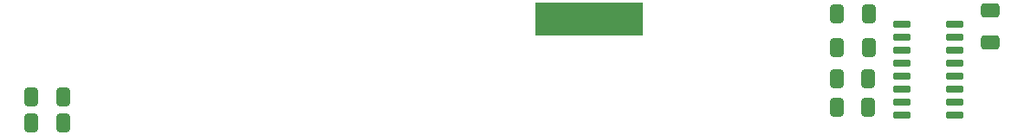
<source format=gbr>
%TF.GenerationSoftware,KiCad,Pcbnew,7.0.2*%
%TF.CreationDate,2024-03-07T11:00:19+05:30*%
%TF.ProjectId,HI-2401,48492d32-3430-4312-9e6b-696361645f70,rev?*%
%TF.SameCoordinates,Original*%
%TF.FileFunction,Paste,Top*%
%TF.FilePolarity,Positive*%
%FSLAX46Y46*%
G04 Gerber Fmt 4.6, Leading zero omitted, Abs format (unit mm)*
G04 Created by KiCad (PCBNEW 7.0.2) date 2024-03-07 11:00:19*
%MOMM*%
%LPD*%
G01*
G04 APERTURE LIST*
G04 Aperture macros list*
%AMRoundRect*
0 Rectangle with rounded corners*
0 $1 Rounding radius*
0 $2 $3 $4 $5 $6 $7 $8 $9 X,Y pos of 4 corners*
0 Add a 4 corners polygon primitive as box body*
4,1,4,$2,$3,$4,$5,$6,$7,$8,$9,$2,$3,0*
0 Add four circle primitives for the rounded corners*
1,1,$1+$1,$2,$3*
1,1,$1+$1,$4,$5*
1,1,$1+$1,$6,$7*
1,1,$1+$1,$8,$9*
0 Add four rect primitives between the rounded corners*
20,1,$1+$1,$2,$3,$4,$5,0*
20,1,$1+$1,$4,$5,$6,$7,0*
20,1,$1+$1,$6,$7,$8,$9,0*
20,1,$1+$1,$8,$9,$2,$3,0*%
G04 Aperture macros list end*
%ADD10RoundRect,0.250000X0.412500X0.650000X-0.412500X0.650000X-0.412500X-0.650000X0.412500X-0.650000X0*%
%ADD11RoundRect,0.250000X-0.412500X-0.650000X0.412500X-0.650000X0.412500X0.650000X-0.412500X0.650000X0*%
%ADD12R,10.500000X3.200000*%
%ADD13RoundRect,0.250000X0.650000X-0.412500X0.650000X0.412500X-0.650000X0.412500X-0.650000X-0.412500X0*%
%ADD14RoundRect,0.150000X-0.725000X-0.150000X0.725000X-0.150000X0.725000X0.150000X-0.725000X0.150000X0*%
G04 APERTURE END LIST*
D10*
%TO.C,C4*%
X32804500Y-62738000D03*
X29679500Y-62738000D03*
%TD*%
D11*
%TO.C,C17*%
X108419500Y-54610000D03*
X111544500Y-54610000D03*
%TD*%
D10*
%TO.C,C3*%
X32804500Y-65278000D03*
X29679500Y-65278000D03*
%TD*%
D12*
%TO.C,Y2*%
X84188000Y-55148000D03*
%TD*%
D11*
%TO.C,C20*%
X108381000Y-63754000D03*
X111506000Y-63754000D03*
%TD*%
%TO.C,C13*%
X108419500Y-57912000D03*
X111544500Y-57912000D03*
%TD*%
D13*
%TO.C,C10*%
X123444000Y-57442500D03*
X123444000Y-54317500D03*
%TD*%
D14*
%TO.C,U6*%
X114808000Y-55626000D03*
X114808000Y-56896000D03*
X114808000Y-58166000D03*
X114808000Y-59436000D03*
X114808000Y-60706000D03*
X114808000Y-61976000D03*
X114808000Y-63246000D03*
X114808000Y-64516000D03*
X119958000Y-64516000D03*
X119958000Y-63246000D03*
X119958000Y-61976000D03*
X119958000Y-60706000D03*
X119958000Y-59436000D03*
X119958000Y-58166000D03*
X119958000Y-56896000D03*
X119958000Y-55626000D03*
%TD*%
D10*
%TO.C,C14*%
X111506000Y-60960000D03*
X108381000Y-60960000D03*
%TD*%
M02*

</source>
